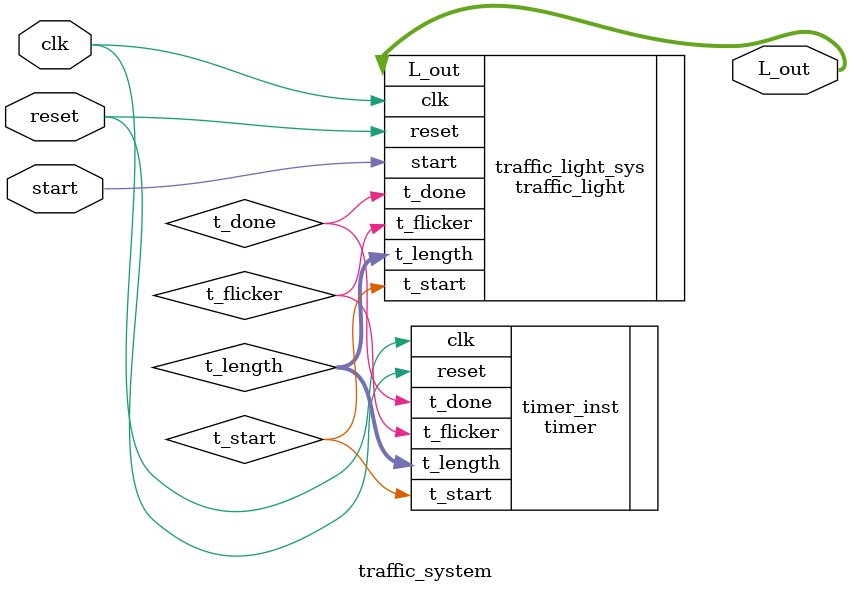
<source format=sv>
module traffic_system(
    input logic clk,
    input logic reset,
    input logic start,
    output logic [1:0] L_out
);

// Enter X and Y here
	localparam X = 0;
	localparam Y = 3;

// Put your code here
// ------------------

//extra logic
	logic t_start;
	logic [4:0] t_length;
	logic t_flicker;
	logic t_done;


timer timer_inst (
    .clk(clk),
    .reset(reset),         // Connect reset to the timer
    .t_start(t_start),
    .t_length(t_length),
    .t_flicker(t_flicker), // Connect flicker directly to the timer
    .t_done(t_done)        // Connect done directly to the timer
);

//traffic light
    traffic_light #(
        .RED_DURATION(20+X),
        .YELLOW_DURATION(3),
        .GREEN_DURATION(20+Y)
    ) traffic_light_sys(
        .clk(clk),
        .reset(reset),
        .start(start),
        .t_flicker(t_flicker),
        .t_done(t_done),
        .t_start(t_start),
        .t_length(t_length),
        .L_out(L_out)
    );

// end of your code
endmodule

</source>
